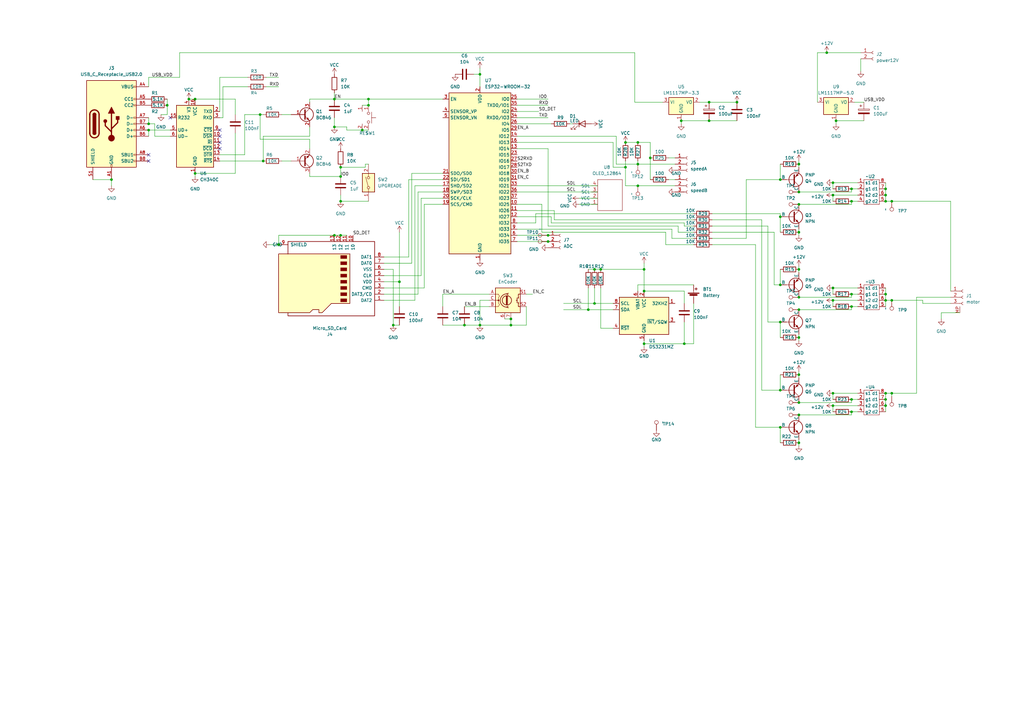
<source format=kicad_sch>
(kicad_sch (version 20230121) (generator eeschema)
  (paper "A3")
  (junction (at 151.13 40.64))
  (junction (at 209.55 133.35))
  (junction (at 349.25 168.91))
  (junction (at 320.04 132.08))
  (junction (at 60.96 50.8))
  (junction (at 327.66 78.74))
  (junction (at 327.66 165.1))
  (junction (at 341.63 161.29))
  (junction (at 224.79 96.52))
  (junction (at 342.9 49.53))
  (junction (at 363.22 163.83))
  (junction (at 327.66 153.67))
  (junction (at 341.63 74.93))
  (junction (at 363.22 77.47))
  (junction (at 327.66 110.49))
  (junction (at 327.66 67.31))
  (junction (at 224.79 99.06))
  (junction (at 261.62 76.2))
  (junction (at 349.25 125.73))
  (junction (at 137.16 96.52))
  (junction (at 341.63 166.37))
  (junction (at 365.76 161.29))
  (junction (at 363.22 161.29))
  (junction (at 363.22 80.01))
  (junction (at 365.76 82.55))
  (junction (at 148.59 53.34))
  (junction (at 363.22 82.55))
  (junction (at 363.22 120.65))
  (junction (at 349.25 77.47))
  (junction (at 106.68 46.99))
  (junction (at 320.04 116.84))
  (junction (at 280.67 140.97))
  (junction (at 190.5 133.35))
  (junction (at 261.62 67.31))
  (junction (at 256.54 58.42))
  (junction (at 139.7 68.58))
  (junction (at 246.38 110.49))
  (junction (at 327.66 170.18))
  (junction (at 196.85 30.48))
  (junction (at 327.66 127))
  (junction (at 80.01 40.64))
  (junction (at 196.85 133.35))
  (junction (at 279.4 49.53))
  (junction (at 341.63 80.01))
  (junction (at 341.63 123.19))
  (junction (at 327.66 181.61))
  (junction (at 139.7 72.39))
  (junction (at 339.09 21.59))
  (junction (at 161.29 133.35))
  (junction (at 327.66 95.25))
  (junction (at 363.22 123.19))
  (junction (at 139.7 96.52))
  (junction (at 107.95 66.04))
  (junction (at 349.25 163.83))
  (junction (at 77.47 40.64))
  (junction (at 241.3 127))
  (junction (at 320.04 160.02))
  (junction (at 243.84 124.46))
  (junction (at 45.72 73.66))
  (junction (at 349.25 82.55))
  (junction (at 302.26 41.91))
  (junction (at 363.22 166.37))
  (junction (at 68.58 43.18))
  (junction (at 320.04 175.26))
  (junction (at 209.55 130.81))
  (junction (at 264.16 119.38))
  (junction (at 320.04 73.66))
  (junction (at 327.66 83.82))
  (junction (at 137.16 40.64))
  (junction (at 341.63 118.11))
  (junction (at 137.16 52.07))
  (junction (at 320.04 88.9))
  (junction (at 264.16 110.49))
  (junction (at 349.25 120.65))
  (junction (at 327.66 138.43))
  (junction (at 139.7 82.55))
  (junction (at 60.96 53.34))
  (junction (at 266.7 64.77))
  (junction (at 163.83 115.57))
  (junction (at 151.13 43.18))
  (junction (at 365.76 123.19))
  (junction (at 290.83 49.53))
  (junction (at 243.84 110.49))
  (junction (at 290.83 41.91))
  (junction (at 256.54 68.58))
  (junction (at 80.01 71.12))
  (junction (at 114.3 100.33))
  (junction (at 261.62 58.42))
  (junction (at 264.16 140.97))
  (junction (at 327.66 121.92))
  (no_connect (at 90.17 55.88))
  (no_connect (at 60.96 66.04))
  (no_connect (at 90.17 58.42))
  (no_connect (at 60.96 63.5))
  (no_connect (at 90.17 53.34))
  (no_connect (at 90.17 60.96))
  (no_connect (at 69.85 48.26))
  (wire (pts (xy 256.54 68.58) (xy 256.54 76.2)))
  (wire (pts (xy 327.66 93.98) (xy 327.66 95.25)))
  (wire (pts (xy 327.66 138.43) (xy 327.66 139.7)))
  (wire (pts (xy 335.28 21.59) (xy 339.09 21.59)))
  (wire (pts (xy 167.64 105.41) (xy 157.48 105.41)))
  (wire (pts (xy 96.52 46.99) (xy 96.52 40.64)))
  (wire (pts (xy 139.7 68.58) (xy 139.7 72.39)))
  (wire (pts (xy 196.85 123.19) (xy 196.85 133.35)))
  (wire (pts (xy 327.66 109.22) (xy 327.66 110.49)))
  (wire (pts (xy 273.05 95.25) (xy 273.05 100.33)))
  (wire (pts (xy 342.9 50.8) (xy 342.9 49.53)))
  (wire (pts (xy 196.85 133.35) (xy 209.55 133.35)))
  (wire (pts (xy 227.33 86.36) (xy 227.33 90.17)))
  (wire (pts (xy 63.5 55.88) (xy 63.5 50.8)))
  (wire (pts (xy 209.55 133.35) (xy 215.9 133.35)))
  (wire (pts (xy 139.7 96.52) (xy 142.24 96.52)))
  (wire (pts (xy 212.09 93.98) (xy 275.59 93.98)))
  (wire (pts (xy 241.3 118.11) (xy 241.3 127)))
  (wire (pts (xy 212.09 76.2) (xy 245.11 76.2)))
  (wire (pts (xy 327.66 67.31) (xy 327.66 68.58)))
  (wire (pts (xy 241.3 127) (xy 251.46 127)))
  (wire (pts (xy 91.44 48.26) (xy 90.17 48.26)))
  (wire (pts (xy 168.91 71.12) (xy 181.61 71.12)))
  (wire (pts (xy 365.76 161.29) (xy 365.76 162.56)))
  (wire (pts (xy 163.83 115.57) (xy 163.83 95.25)))
  (wire (pts (xy 350.52 41.91) (xy 354.33 41.91)))
  (wire (pts (xy 222.25 95.25) (xy 273.05 95.25)))
  (wire (pts (xy 327.66 180.34) (xy 327.66 181.61)))
  (wire (pts (xy 212.09 48.26) (xy 224.79 48.26)))
  (wire (pts (xy 231.14 127) (xy 241.3 127)))
  (wire (pts (xy 284.48 116.84) (xy 261.62 116.84)))
  (wire (pts (xy 363.22 118.11) (xy 363.22 120.65)))
  (wire (pts (xy 151.13 40.64) (xy 151.13 43.18)))
  (wire (pts (xy 264.16 110.49) (xy 264.16 119.38)))
  (wire (pts (xy 363.22 82.55) (xy 365.76 82.55)))
  (wire (pts (xy 320.04 153.67) (xy 320.04 160.02)))
  (wire (pts (xy 96.52 71.12) (xy 80.01 71.12)))
  (wire (pts (xy 127 57.15) (xy 106.68 57.15)))
  (wire (pts (xy 107.95 55.88) (xy 107.95 66.04)))
  (wire (pts (xy 363.22 123.19) (xy 363.22 125.73)))
  (wire (pts (xy 68.58 40.64) (xy 68.58 43.18)))
  (wire (pts (xy 386.08 128.27) (xy 386.08 130.81)))
  (wire (pts (xy 243.84 110.49) (xy 246.38 110.49)))
  (wire (pts (xy 256.54 76.2) (xy 261.62 76.2)))
  (wire (pts (xy 292.1 92.71) (xy 314.96 92.71)))
  (wire (pts (xy 90.17 31.75) (xy 101.6 31.75)))
  (wire (pts (xy 363.22 77.47) (xy 363.22 80.01)))
  (wire (pts (xy 279.4 49.53) (xy 290.83 49.53)))
  (wire (pts (xy 226.06 88.9) (xy 212.09 88.9)))
  (wire (pts (xy 243.84 118.11) (xy 243.84 124.46)))
  (wire (pts (xy 363.22 123.19) (xy 365.76 123.19)))
  (wire (pts (xy 127 55.88) (xy 107.95 55.88)))
  (wire (pts (xy 149.86 68.58) (xy 139.7 68.58)))
  (wire (pts (xy 157.48 110.49) (xy 161.29 110.49)))
  (wire (pts (xy 274.32 73.66) (xy 276.86 73.66)))
  (wire (pts (xy 320.04 67.31) (xy 320.04 73.66)))
  (wire (pts (xy 90.17 63.5) (xy 100.33 63.5)))
  (wire (pts (xy 181.61 76.2) (xy 170.18 76.2)))
  (wire (pts (xy 80.01 72.39) (xy 80.01 71.12)))
  (wire (pts (xy 342.9 49.53) (xy 354.33 49.53)))
  (wire (pts (xy 341.63 123.19) (xy 341.63 125.73)))
  (wire (pts (xy 280.67 140.97) (xy 264.16 140.97)))
  (wire (pts (xy 114.3 96.52) (xy 137.16 96.52)))
  (wire (pts (xy 280.67 92.71) (xy 284.48 92.71)))
  (wire (pts (xy 222.25 83.82) (xy 222.25 95.25)))
  (wire (pts (xy 341.63 118.11) (xy 341.63 120.65)))
  (wire (pts (xy 341.63 74.93) (xy 341.63 77.47)))
  (wire (pts (xy 252.73 67.31) (xy 261.62 67.31)))
  (wire (pts (xy 127 71.12) (xy 127 72.39)))
  (wire (pts (xy 109.22 35.56) (xy 114.3 35.56)))
  (wire (pts (xy 327.66 121.92) (xy 349.25 121.92)))
  (wire (pts (xy 327.66 181.61) (xy 327.66 182.88)))
  (wire (pts (xy 63.5 50.8) (xy 60.96 50.8)))
  (wire (pts (xy 349.25 120.65) (xy 351.79 120.65)))
  (wire (pts (xy 266.7 64.77) (xy 266.7 73.66)))
  (wire (pts (xy 190.5 125.73) (xy 200.66 125.73)))
  (wire (pts (xy 363.22 74.93) (xy 363.22 77.47)))
  (wire (pts (xy 100.33 46.99) (xy 106.68 46.99)))
  (wire (pts (xy 320.04 87.63) (xy 320.04 88.9)))
  (wire (pts (xy 284.48 140.97) (xy 280.67 140.97)))
  (wire (pts (xy 251.46 58.42) (xy 251.46 68.58)))
  (wire (pts (xy 349.25 127) (xy 349.25 125.73)))
  (wire (pts (xy 341.63 166.37) (xy 341.63 168.91)))
  (wire (pts (xy 349.25 125.73) (xy 351.79 125.73)))
  (wire (pts (xy 327.66 66.04) (xy 327.66 67.31)))
  (wire (pts (xy 212.09 58.42) (xy 251.46 58.42)))
  (wire (pts (xy 251.46 68.58) (xy 256.54 68.58)))
  (wire (pts (xy 341.63 80.01) (xy 341.63 82.55)))
  (wire (pts (xy 327.66 110.49) (xy 327.66 111.76)))
  (wire (pts (xy 341.63 74.93) (xy 351.79 74.93)))
  (wire (pts (xy 246.38 134.62) (xy 251.46 134.62)))
  (wire (pts (xy 261.62 116.84) (xy 261.62 119.38)))
  (wire (pts (xy 127 55.88) (xy 127 52.07)))
  (wire (pts (xy 148.59 53.34) (xy 142.24 53.34)))
  (wire (pts (xy 173.99 83.82) (xy 181.61 83.82)))
  (wire (pts (xy 320.04 175.26) (xy 320.04 181.61)))
  (wire (pts (xy 212.09 40.64) (xy 224.79 40.64)))
  (wire (pts (xy 181.61 120.65) (xy 200.66 120.65)))
  (wire (pts (xy 276.86 67.31) (xy 261.62 67.31)))
  (wire (pts (xy 290.83 49.53) (xy 302.26 49.53)))
  (wire (pts (xy 264.16 107.95) (xy 264.16 110.49)))
  (wire (pts (xy 106.68 46.99) (xy 107.95 46.99)))
  (wire (pts (xy 341.63 118.11) (xy 351.79 118.11)))
  (wire (pts (xy 306.07 73.66) (xy 320.04 73.66)))
  (wire (pts (xy 161.29 133.35) (xy 163.83 133.35)))
  (wire (pts (xy 91.44 35.56) (xy 91.44 48.26)))
  (wire (pts (xy 349.25 78.74) (xy 349.25 77.47)))
  (wire (pts (xy 278.13 92.71) (xy 278.13 95.25)))
  (wire (pts (xy 139.7 82.55) (xy 151.13 82.55)))
  (wire (pts (xy 389.89 121.92) (xy 375.92 121.92)))
  (wire (pts (xy 327.66 165.1) (xy 349.25 165.1)))
  (wire (pts (xy 363.22 120.65) (xy 363.22 123.19)))
  (wire (pts (xy 246.38 110.49) (xy 264.16 110.49)))
  (wire (pts (xy 260.35 21.59) (xy 260.35 41.91)))
  (wire (pts (xy 280.67 124.46) (xy 280.67 119.38)))
  (wire (pts (xy 341.63 80.01) (xy 351.79 80.01)))
  (wire (pts (xy 378.46 124.46) (xy 378.46 123.19)))
  (wire (pts (xy 363.22 163.83) (xy 363.22 166.37)))
  (wire (pts (xy 219.71 87.63) (xy 284.48 87.63)))
  (wire (pts (xy 327.66 127) (xy 349.25 127)))
  (wire (pts (xy 261.62 67.31) (xy 261.62 66.04)))
  (wire (pts (xy 226.06 91.44) (xy 226.06 88.9)))
  (wire (pts (xy 256.54 66.04) (xy 256.54 68.58)))
  (wire (pts (xy 252.73 55.88) (xy 252.73 67.31)))
  (wire (pts (xy 212.09 45.72) (xy 220.98 45.72)))
  (wire (pts (xy 375.92 121.92) (xy 375.92 161.29)))
  (wire (pts (xy 212.09 99.06) (xy 224.79 99.06)))
  (wire (pts (xy 378.46 123.19) (xy 365.76 123.19)))
  (wire (pts (xy 161.29 110.49) (xy 161.29 133.35)))
  (wire (pts (xy 100.33 63.5) (xy 100.33 46.99)))
  (wire (pts (xy 278.13 95.25) (xy 284.48 95.25)))
  (wire (pts (xy 287.02 41.91) (xy 290.83 41.91)))
  (wire (pts (xy 142.24 53.34) (xy 142.24 52.07)))
  (wire (pts (xy 196.85 27.94) (xy 196.85 30.48)))
  (wire (pts (xy 327.66 152.4) (xy 327.66 153.67)))
  (wire (pts (xy 194.31 30.48) (xy 196.85 30.48)))
  (wire (pts (xy 261.62 58.42) (xy 266.7 58.42)))
  (wire (pts (xy 60.96 48.26) (xy 60.96 50.8)))
  (wire (pts (xy 171.45 78.74) (xy 181.61 78.74)))
  (wire (pts (xy 66.04 46.99) (xy 68.58 46.99)))
  (wire (pts (xy 110.49 100.33) (xy 114.3 100.33)))
  (wire (pts (xy 212.09 43.18) (xy 224.79 43.18)))
  (wire (pts (xy 314.96 132.08) (xy 320.04 132.08)))
  (wire (pts (xy 127 41.91) (xy 127 40.64)))
  (wire (pts (xy 273.05 100.33) (xy 284.48 100.33)))
  (wire (pts (xy 157.48 107.95) (xy 168.91 107.95)))
  (wire (pts (xy 222.25 83.82) (xy 212.09 83.82)))
  (wire (pts (xy 157.48 120.65) (xy 171.45 120.65)))
  (wire (pts (xy 349.25 121.92) (xy 349.25 120.65)))
  (wire (pts (xy 389.89 119.38) (xy 389.89 82.55)))
  (wire (pts (xy 215.9 133.35) (xy 215.9 125.73)))
  (wire (pts (xy 363.22 166.37) (xy 363.22 168.91)))
  (wire (pts (xy 280.67 132.08) (xy 280.67 140.97)))
  (wire (pts (xy 209.55 130.81) (xy 209.55 133.35)))
  (wire (pts (xy 171.45 120.65) (xy 171.45 78.74)))
  (wire (pts (xy 219.71 87.63) (xy 219.71 91.44)))
  (wire (pts (xy 278.13 92.71) (xy 224.79 92.71)))
  (wire (pts (xy 106.68 57.15) (xy 106.68 46.99)))
  (wire (pts (xy 312.42 90.17) (xy 312.42 160.02)))
  (wire (pts (xy 115.57 46.99) (xy 119.38 46.99)))
  (wire (pts (xy 224.79 92.71) (xy 224.79 60.96)))
  (wire (pts (xy 96.52 54.61) (xy 96.52 71.12)))
  (wire (pts (xy 275.59 97.79) (xy 284.48 97.79)))
  (wire (pts (xy 339.09 21.59) (xy 353.06 21.59)))
  (wire (pts (xy 314.96 92.71) (xy 314.96 132.08)))
  (wire (pts (xy 227.33 90.17) (xy 284.48 90.17)))
  (wire (pts (xy 349.25 77.47) (xy 351.79 77.47)))
  (wire (pts (xy 241.3 110.49) (xy 243.84 110.49)))
  (wire (pts (xy 292.1 87.63) (xy 320.04 87.63)))
  (wire (pts (xy 151.13 40.64) (xy 181.61 40.64)))
  (wire (pts (xy 341.63 161.29) (xy 341.63 163.83)))
  (wire (pts (xy 309.88 175.26) (xy 320.04 175.26)))
  (wire (pts (xy 320.04 110.49) (xy 320.04 116.84)))
  (wire (pts (xy 327.66 137.16) (xy 327.66 138.43)))
  (wire (pts (xy 60.96 53.34) (xy 60.96 55.88)))
  (wire (pts (xy 349.25 170.18) (xy 349.25 168.91)))
  (wire (pts (xy 157.48 118.11) (xy 173.99 118.11)))
  (wire (pts (xy 260.35 41.91) (xy 271.78 41.91)))
  (wire (pts (xy 172.72 113.03) (xy 172.72 81.28)))
  (wire (pts (xy 90.17 45.72) (xy 90.17 31.75)))
  (wire (pts (xy 233.68 50.8) (xy 234.95 50.8)))
  (wire (pts (xy 163.83 115.57) (xy 163.83 125.73)))
  (wire (pts (xy 173.99 118.11) (xy 173.99 83.82)))
  (wire (pts (xy 231.14 124.46) (xy 243.84 124.46)))
  (wire (pts (xy 137.16 40.64) (xy 151.13 40.64)))
  (wire (pts (xy 327.66 153.67) (xy 327.66 154.94)))
  (wire (pts (xy 341.63 123.19) (xy 351.79 123.19)))
  (wire (pts (xy 279.4 50.8) (xy 279.4 49.53)))
  (wire (pts (xy 148.59 43.18) (xy 151.13 43.18)))
  (wire (pts (xy 190.5 133.35) (xy 196.85 133.35)))
  (wire (pts (xy 149.86 67.31) (xy 149.86 68.58)))
  (wire (pts (xy 60.96 35.56) (xy 60.96 31.75)))
  (wire (pts (xy 212.09 96.52) (xy 224.79 96.52)))
  (wire (pts (xy 60.96 31.75) (xy 73.66 31.75)))
  (wire (pts (xy 77.47 40.64) (xy 80.01 40.64)))
  (wire (pts (xy 219.71 91.44) (xy 212.09 91.44)))
  (wire (pts (xy 170.18 123.19) (xy 157.48 123.19)))
  (wire (pts (xy 280.67 119.38) (xy 264.16 119.38)))
  (wire (pts (xy 127 72.39) (xy 139.7 72.39)))
  (wire (pts (xy 90.17 66.04) (xy 107.95 66.04)))
  (wire (pts (xy 226.06 91.44) (xy 280.67 91.44)))
  (wire (pts (xy 246.38 118.11) (xy 246.38 134.62)))
  (wire (pts (xy 148.59 53.34) (xy 151.13 53.34)))
  (wire (pts (xy 327.66 170.18) (xy 349.25 170.18)))
  (wire (pts (xy 114.3 96.52) (xy 114.3 100.33)))
  (wire (pts (xy 353.06 29.21) (xy 353.06 24.13)))
  (wire (pts (xy 260.35 21.59) (xy 73.66 21.59)))
  (wire (pts (xy 363.22 80.01) (xy 363.22 82.55)))
  (wire (pts (xy 317.5 116.84) (xy 320.04 116.84)))
  (wire (pts (xy 157.48 115.57) (xy 163.83 115.57)))
  (wire (pts (xy 243.84 124.46) (xy 251.46 124.46)))
  (wire (pts (xy 320.04 88.9) (xy 320.04 95.25)))
  (wire (pts (xy 172.72 81.28) (xy 181.61 81.28)))
  (wire (pts (xy 341.63 161.29) (xy 351.79 161.29)))
  (wire (pts (xy 349.25 83.82) (xy 349.25 82.55)))
  (wire (pts (xy 261.62 76.2) (xy 276.86 76.2)))
  (wire (pts (xy 309.88 175.26) (xy 309.88 100.33)))
  (wire (pts (xy 68.58 46.99) (xy 68.58 43.18)))
  (wire (pts (xy 389.89 124.46) (xy 378.46 124.46)))
  (wire (pts (xy 45.72 76.2) (xy 45.72 73.66)))
  (wire (pts (xy 349.25 163.83) (xy 351.79 163.83)))
  (wire (pts (xy 212.09 55.88) (xy 252.73 55.88)))
  (wire (pts (xy 284.48 124.46) (xy 284.48 140.97)))
  (wire (pts (xy 237.49 83.82) (xy 245.11 83.82)))
  (wire (pts (xy 137.16 96.52) (xy 139.7 96.52)))
  (wire (pts (xy 127 57.15) (xy 127 60.96)))
  (wire (pts (xy 151.13 67.31) (xy 149.86 67.31)))
  (wire (pts (xy 207.01 130.81) (xy 209.55 130.81)))
  (wire (pts (xy 327.66 78.74) (xy 349.25 78.74)))
  (wire (pts (xy 115.57 66.04) (xy 119.38 66.04)))
  (wire (pts (xy 317.5 95.25) (xy 317.5 116.84)))
  (wire (pts (xy 266.7 58.42) (xy 266.7 64.77)))
  (wire (pts (xy 237.49 81.28) (xy 245.11 81.28)))
  (wire (pts (xy 327.66 83.82) (xy 349.25 83.82)))
  (wire (pts (xy 274.32 64.77) (xy 276.86 64.77)))
  (wire (pts (xy 264.16 142.24) (xy 264.16 140.97)))
  (wire (pts (xy 292.1 95.25) (xy 317.5 95.25)))
  (wire (pts (xy 38.1 73.66) (xy 45.72 73.66)))
  (wire (pts (xy 69.85 55.88) (xy 63.5 55.88)))
  (wire (pts (xy 349.25 168.91) (xy 351.79 168.91)))
  (wire (pts (xy 181.61 133.35) (xy 190.5 133.35)))
  (wire (pts (xy 101.6 35.56) (xy 91.44 35.56)))
  (wire (pts (xy 335.28 41.91) (xy 335.28 21.59)))
  (wire (pts (xy 275.59 93.98) (xy 275.59 97.79)))
  (wire (pts (xy 212.09 50.8) (xy 226.06 50.8)))
  (wire (pts (xy 137.16 38.1) (xy 137.16 40.64)))
  (wire (pts (xy 375.92 161.29) (xy 365.76 161.29)))
  (wire (pts (xy 200.66 123.19) (xy 196.85 123.19)))
  (wire (pts (xy 365.76 82.55) (xy 389.89 82.55)))
  (wire (pts (xy 363.22 161.29) (xy 363.22 163.83)))
  (wire (pts (xy 96.52 40.64) (xy 80.01 40.64)))
  (wire (pts (xy 327.66 95.25) (xy 327.66 96.52)))
  (wire (pts (xy 139.7 82.55) (xy 139.7 80.01)))
  (wire (pts (xy 181.61 125.73) (xy 181.61 120.65)))
  (wire (pts (xy 341.63 166.37) (xy 351.79 166.37)))
  (wire (pts (xy 73.66 21.59) (xy 73.66 31.75)))
  (wire (pts (xy 181.61 73.66) (xy 167.64 73.66)))
  (wire (pts (xy 292.1 100.33) (xy 309.88 100.33)))
  (wire (pts (xy 349.25 82.55) (xy 351.79 82.55)))
  (wire (pts (xy 212.09 60.96) (xy 224.79 60.96)))
  (wire (pts (xy 60.96 53.34) (xy 69.85 53.34)))
  (wire (pts (xy 292.1 90.17) (xy 312.42 90.17)))
  (wire (pts (xy 212.09 86.36) (xy 227.33 86.36)))
  (wire (pts (xy 215.9 120.65) (xy 218.44 120.65)))
  (wire (pts (xy 320.04 132.08) (xy 320.04 138.43)))
  (wire (pts (xy 142.24 52.07) (xy 137.16 52.07)))
  (wire (pts (xy 349.25 165.1) (xy 349.25 163.83)))
  (wire (pts (xy 170.18 76.2) (xy 170.18 123.19)))
  (wire (pts (xy 306.07 97.79) (xy 306.07 73.66)))
  (wire (pts (xy 137.16 48.26) (xy 137.16 52.07)))
  (wire (pts (xy 365.76 161.29) (xy 363.22 161.29)))
  (wire (pts (xy 292.1 97.79) (xy 306.07 97.79)))
  (wire (pts (xy 256.54 58.42) (xy 261.62 58.42)))
  (wire (pts (xy 312.42 160.02) (xy 320.04 160.02)))
  (wire (pts (xy 168.91 107.95) (xy 168.91 71.12)))
  (wire (pts (xy 127 40.64) (xy 137.16 40.64)))
  (wire (pts (xy 196.85 30.48) (xy 196.85 35.56)))
  (wire (pts (xy 109.22 31.75) (xy 114.3 31.75)))
  (wire (pts (xy 302.26 41.91) (xy 290.83 41.91)))
  (wire (pts (xy 393.7 128.27) (xy 386.08 128.27)))
  (wire (pts (xy 167.64 73.66) (xy 167.64 105.41)))
  (wire (pts (xy 157.48 113.03) (xy 172.72 113.03)))
  (wire (pts (xy 264.16 140.97) (xy 264.16 139.7)))
  (wire (pts (xy 212.09 78.74) (xy 245.11 78.74)))
  (wire (pts (xy 280.67 91.44) (xy 280.67 92.71)))
  (label "IO0" (at 220.98 40.64 0))
  (label "SCL" (at 232.41 78.74 0))
  (label "TXD" (at 110.49 31.75 0))
  (label "EN_C" (at 218.44 120.65 0))
  (label "EN" (at 137.16 40.64 0))
  (label "EN_B" (at 190.5 125.73 0))
  (label "SD_DET" (at 144.78 96.52 0))
  (label "EN_C" (at 212.09 73.66 0))
  (label "SDL" (at 234.95 127 0))
  (label "EN_B" (at 212.09 71.12 0))
  (label "IO0" (at 139.7 72.39 0))
  (label "USB_VDD" (at 62.23 31.75 0))
  (label "EN_A" (at 212.09 53.34 0))
  (label "EN_A" (at 181.61 120.65 0))
  (label "S2TXD" (at 212.09 68.58 0))
  (label "USB_VDD" (at 354.33 41.91 0))
  (label "SDL" (at 232.41 76.2 0))
  (label "S2RXD" (at 212.09 66.04 0))
  (label "RXD" (at 220.98 43.18 0))
  (label "RXD" (at 110.49 35.56 0))
  (label "TXD" (at 220.98 48.26 0))
  (label "SD_DET" (at 220.98 45.72 0))
  (label "SCL" (at 234.95 124.46 0))
  (symbol (lib_id "Device:R") (at 345.44 120.65 90) (unit 1)
    (property "Reference" "R17" (at 345.44 120.65 90))
    (property "Value" "10K" (at 339.09 120.65 90))
    (property "Footprint" "Resistor_SMD:R_0603_1608Metric" (effects hide))
  )
  (symbol (lib_id "Device:R") (at 288.29 95.25 90) (unit 1)
    (property "Reference" "R32" (at 288.29 95.25 90))
    (property "Value" "10K" (at 283.21 93.98 90))
    (property "Footprint" "Resistor_SMD:R_0603_1608Metric" (effects hide))
  )
  (symbol (lib_name "PNP_1") (lib_id "Simulation_SPICE:PNP") (at 325.12 160.02 0) (mirror x) (unit 1)
    (property "Reference" "Q6" (at 330.2 160.655 0) (effects (justify left)))
    (property "Value" "PNP" (at 330.2 158.115 0) (effects (justify left)))
    (property "Footprint" "Package_TO_SOT_SMD:SOT-23-3" (effects hide))
    (property "Sim.Device" "PNP" (effects hide))
    (property "Sim.Type" "GUMMELPOON" (effects hide))
    (property "Sim.Pins" "1=C 2=B 3=E" (effects hide))
  )
  (symbol (lib_id "Device:R") (at 345.44 125.73 90) (unit 1)
    (property "Reference" "R18" (at 345.44 125.73 90))
    (property "Value" "10K" (at 339.09 125.73 90))
    (property "Footprint" "Resistor_SMD:R_0603_1608Metric" (effects hide))
  )
  (symbol (lib_id "Device:C") (at 163.83 129.54 0) (unit 1)
    (property "Reference" "C10" (at 167.64 128.905 0) (effects (justify left)))
    (property "Value" "100nF" (at 167.64 131.445 0) (effects (justify left)))
    (property "Footprint" "Capacitor_SMD:C_0805_2012Metric" (effects hide))
  )
  (symbol (lib_id "Connector:Micro_SD_Card") (at 134.62 115.57 180) (unit 1)
    (property "Reference" "J4" (at 135.255 137.16 0))
    (property "Value" "Micro_SD_Card" (at 135.255 134.62 0))
    (property "Footprint" "A_MY:473521001_SD" (effects hide))
    (property "Datasheet" "http://katalog.we-online.de/em/datasheet/693072010801.pdf" (effects hide))
  )
  (symbol (lib_id "Transistor_BJT:BC846") (at 124.46 66.04 0) (mirror x) (unit 1)
    (property "Reference" "Q2" (at 129.54 64.7699 0) (effects (justify left)))
    (property "Value" "BC846" (at 129.54 67.3099 0) (effects (justify left)))
    (property "Footprint" "Package_TO_SOT_SMD:SOT-23" (effects hide))
    (property "Datasheet" "https://assets.nexperia.com/documents/data-sheet/BC846_SER.pdf" (effects hide))
  )
  (symbol (lib_name "SW_MEC_5E_2") (lib_id "Switch:SW_MEC_5E") (at 148.59 48.26 270) (unit 1)
    (property "Reference" "SW1" (at 149.8601 54.61 90) (effects (justify left)))
    (property "Value" "RES" (at 147.3201 54.61 90) (effects (justify left)))
    (property "Footprint" "Button_Switch_SMD:SW_Push_1P1T_NO_CK_KSC6xxJ" (effects hide))
    (property "Datasheet" "http://www.apem.com/int/index.php?controller=attachment&id_attachment=1371" (effects hide))
  )
  (symbol (lib_id "power:GND") (at 353.06 29.21 0) (unit 1)
    (property "Reference" "#PWR07" (effects hide))
    (property "Value" "GND" (at 353.06 34.29 0))
  )
  (symbol (lib_id "power:VCC") (at 77.47 40.64 0) (unit 1)
    (property "Reference" "#PWR013" (effects hide))
    (property "Value" "VCC" (at 77.47 36.83 0))
  )
  (symbol (lib_id "power:VCC") (at 242.57 50.8 270) (unit 1)
    (property "Reference" "#PWR026" (effects hide))
    (property "Value" "VCC" (at 246.38 50.8 0))
  )
  (symbol (lib_id "power:GND") (at 137.16 52.07 0) (unit 1)
    (property "Reference" "#PWR017" (effects hide))
    (property "Value" "GND" (at 137.16 57.15 0))
  )
  (symbol (lib_id "power:+12V") (at 327.66 152.4 0) (unit 1)
    (property "Reference" "#PWR033" (effects hide))
    (property "Value" "+12V" (at 327.66 148.59 0))
  )
  (symbol (lib_id "power:GND") (at 276.86 69.85 270) (unit 1)
    (property "Reference" "#PWR037" (effects hide))
    (property "Value" "GND" (at 279.4 71.12 90) (effects (justify right)))
  )
  (symbol (lib_id "Connector:TestPoint") (at 365.76 162.56 180) (unit 1)
    (property "Reference" "TP8" (at 368.3 166.497 0) (effects (justify right)))
    (property "Value" "~" (at 363.22 165.862 90))
    (property "Footprint" "TestPoint:TestPoint_Loop_D1.80mm_Drill1.0mm_Beaded" (effects hide))
  )
  (symbol (lib_id "power:GND") (at 196.85 106.68 0) (unit 1)
    (property "Reference" "#PWR024" (effects hide))
    (property "Value" "GND" (at 196.85 111.76 0))
  )
  (symbol (lib_id "power:VCC") (at 264.16 107.95 0) (unit 1)
    (property "Reference" "#PWR029" (effects hide))
    (property "Value" "VCC" (at 264.16 104.14 0))
  )
  (symbol (lib_id "Connector:Conn_01x03_Socket") (at 281.94 67.31 0) (unit 1)
    (property "Reference" "J5" (at 283.21 66.675 0) (effects (justify left)))
    (property "Value" "speedA" (at 283.21 69.215 0) (effects (justify left)))
    (property "Footprint" "Connector_JST:JST_EH_B3B-EH-A_1x03_P2.50mm_Vertical" (effects hide))
  )
  (symbol (lib_id "power:GND") (at 342.9 50.8 0) (unit 1)
    (property "Reference" "#PWR043" (effects hide))
    (property "Value" "GND" (at 342.9 55.88 0))
  )
  (symbol (lib_id "power:GND") (at 66.04 46.99 0) (unit 1)
    (property "Reference" "#PWR012" (effects hide))
    (property "Value" "GND" (at 66.04 52.07 0))
  )
  (symbol (lib_id "Connector:TestPoint") (at 327.66 170.18 90) (unit 1)
    (property "Reference" "TP6" (at 324.358 167.64 90))
    (property "Value" "~" (at 324.358 167.64 90))
    (property "Footprint" "TestPoint:TestPoint_Pad_D1.0mm" (effects hide))
  )
  (symbol (lib_id "Device:LED") (at 238.76 50.8 0) (unit 1)
    (property "Reference" "D1" (at 234.95 47.625 0))
    (property "Value" "LED" (at 235.585 49.53 0))
    (property "Footprint" "LED_SMD:LED_0603_1608Metric" (effects hide))
  )
  (symbol (lib_id "Device:R") (at 288.29 92.71 90) (unit 1)
    (property "Reference" "R31" (at 288.29 92.71 90))
    (property "Value" "10K" (at 283.21 91.44 90))
    (property "Footprint" "Resistor_SMD:R_0603_1608Metric" (effects hide))
  )
  (symbol (lib_id "Device:C") (at 190.5 30.48 90) (unit 1)
    (property "Reference" "C6" (at 190.5 22.86 90))
    (property "Value" "104" (at 190.5 25.4 90))
    (property "Footprint" "Capacitor_SMD:C_0805_2012Metric" (effects hide))
  )
  (symbol (lib_id "Device:R") (at 246.38 114.3 180) (unit 1)
    (property "Reference" "R12" (at 243.84 109.22 0) (effects (justify right)))
    (property "Value" "10K" (at 246.38 116.84 90) (effects (justify right)))
    (property "Footprint" "Resistor_SMD:R_0603_1608Metric" (effects hide))
  )
  (symbol (lib_id "power:VCC") (at 139.7 60.96 0) (unit 1)
    (property "Reference" "#PWR018" (effects hide))
    (property "Value" "VCC" (at 139.7 57.15 0))
  )
  (symbol (lib_id "power:GND") (at 341.63 74.93 270) (unit 1)
    (property "Reference" "#PWR01" (effects hide))
    (property "Value" "GND" (at 337.82 75.565 90) (effects (justify right)))
  )
  (symbol (lib_id "Device:R") (at 64.77 40.64 90) (unit 1)
    (property "Reference" "R1" (at 63.5 38.1 90))
    (property "Value" "5.1K" (at 64.77 40.64 90))
    (property "Footprint" "Resistor_SMD:R_0603_1608Metric" (effects hide))
  )
  (symbol (lib_name "PNP_1") (lib_id "Simulation_SPICE:PNP") (at 325.12 73.66 0) (mirror x) (unit 1)
    (property "Reference" "Q4" (at 330.2 74.295 0) (effects (justify left)))
    (property "Value" "PNP" (at 330.2 71.755 0) (effects (justify left)))
    (property "Footprint" "Package_TO_SOT_SMD:SOT-23-3" (effects hide))
    (property "Sim.Device" "PNP" (effects hide))
    (property "Sim.Type" "GUMMELPOON" (effects hide))
    (property "Sim.Pins" "1=C 2=B 3=E" (effects hide))
  )
  (symbol (lib_id "power:GND") (at 196.85 133.35 0) (unit 1)
    (property "Reference" "#PWR025" (effects hide))
    (property "Value" "GND" (at 196.85 138.43 0))
  )
  (symbol (lib_id "Connector:Conn_01x02_Socket") (at 358.14 21.59 0) (unit 1)
    (property "Reference" "J2" (at 359.41 22.225 0) (effects (justify left)))
    (property "Value" "power12V" (at 359.41 24.765 0) (effects (justify left)))
    (property "Footprint" "Connector_JST:JST_EH_B2B-EH-A_1x02_P2.50mm_Vertical" (effects hide))
  )
  (symbol (lib_id "power:GND") (at 161.29 133.35 0) (unit 1)
    (property "Reference" "#PWR020" (effects hide))
    (property "Value" "GND" (at 161.29 138.43 0))
  )
  (symbol (lib_id "power:GND") (at 269.24 176.53 0) (unit 1)
    (property "Reference" "#PWR041" (effects hide))
    (property "Value" "GND" (at 269.24 180.34 0))
  )
  (symbol (lib_id "power:+12V") (at 341.63 166.37 90) (unit 1)
    (property "Reference" "#PWR036" (effects hide))
    (property "Value" "+12V" (at 337.82 167.005 90) (effects (justify left)))
  )
  (symbol (lib_id "power:GND") (at 327.66 139.7 0) (unit 1)
    (property "Reference" "#PWR03" (effects hide))
    (property "Value" "GND" (at 327.66 144.78 0))
  )
  (symbol (lib_id "Device:R") (at 111.76 66.04 90) (unit 1)
    (property "Reference" "R6" (at 110.49 63.5 90))
    (property "Value" "10K" (at 111.76 66.04 90))
    (property "Footprint" "Resistor_SMD:R_0603_1608Metric" (effects hide))
  )
  (symbol (lib_id "Device:C_Polarized") (at 354.33 45.72 0) (unit 1)
    (property "Reference" "C1" (at 358.14 44.196 0) (effects (justify left)))
    (property "Value" "100uF" (at 358.14 46.736 0) (effects (justify left)))
    (property "Footprint" "Capacitor_SMD:CP_Elec_6.3x5.9" (effects hide))
  )
  (symbol (lib_id "power:VCC") (at 302.26 41.91 0) (unit 1)
    (property "Reference" "#PWR010" (effects hide))
    (property "Value" "VCC" (at 302.26 38.1 0))
  )
  (symbol (lib_id "Connector:TestPoint") (at 261.62 67.31 180) (unit 1)
    (property "Reference" "TP12" (at 259.08 72.39 0) (effects (justify right)))
    (property "Value" "~" (at 259.08 70.612 90))
    (property "Footprint" "TestPoint:TestPoint_Pad_D1.0mm" (effects hide))
  )
  (symbol (lib_id "Transistor_BJT:BC846") (at 124.46 46.99 0) (unit 1)
    (property "Reference" "Q1" (at 129.54 45.7199 0) (effects (justify left)))
    (property "Value" "BC846" (at 129.54 48.2599 0) (effects (justify left)))
    (property "Footprint" "Package_TO_SOT_SMD:SOT-23" (effects hide))
    (property "Datasheet" "https://assets.nexperia.com/documents/data-sheet/BC846_SER.pdf" (effects hide))
  )
  (symbol (lib_id "power:GND") (at 186.69 30.48 0) (unit 1)
    (property "Reference" "#PWR022" (effects hide))
    (property "Value" "GND" (at 186.69 35.56 0))
  )
  (symbol (lib_id "Connector:Conn_01x03_Socket") (at 229.87 99.06 0) (unit 1)
    (property "Reference" "J7" (at 231.14 98.425 0) (effects (justify left)))
    (property "Value" "ADC" (at 231.14 100.965 0) (effects (justify left)))
    (property "Footprint" "Connector_JST:JST_EH_B3B-EH-A_1x03_P2.50mm_Vertical" (effects hide))
  )
  (symbol (lib_id "Regulator_Linear:LM1117MP-3.3") (at 279.4 41.91 0) (unit 1)
    (property "Reference" "U5" (at 279.4 35.56 0))
    (property "Value" "LM1117MP-3.3" (at 279.4 38.1 0))
    (property "Footprint" "Package_TO_SOT_SMD:SOT-223-3_TabPin2" (effects hide))
    (property "Datasheet" "http://www.ti.com/lit/ds/symlink/lm1117.pdf" (effects hide))
  )
  (symbol (lib_id "RF_Module:ESP32-WROOM-32") (at 196.85 71.12 0) (unit 1)
    (property "Reference" "U7" (at 198.8694 33.02 0) (effects (justify left)))
    (property "Value" "ESP32-WROOM-32" (at 198.8694 35.56 0) (effects (justify left)))
    (property "Footprint" "RF_Module:ESP32-WROOM-32" (effects hide))
    (property "Datasheet" "https://www.espressif.com/sites/default/files/documentation/esp32-wroom-32_datasheet_en.pdf" (effects hide))
  )
  (symbol (lib_id "Device:RotaryEncoder_Switch") (at 208.28 123.19 0) (unit 1)
    (property "Reference" "SW3" (at 208.28 113.03 0))
    (property "Value" "EnCoder" (at 208.28 115.57 0))
    (property "Footprint" "A_MY:EC11" (effects hide))
  )
  (symbol (lib_id "power:GND") (at 110.49 100.33 270) (unit 1)
    (property "Reference" "#PWR015" (effects hide))
    (property "Value" "GND" (at 111.76 100.3299 90) (effects (justify left)))
  )
  (symbol (lib_id "Connector:TestPoint") (at 327.66 121.92 90) (unit 1)
    (property "Reference" "TP3" (at 324.358 119.38 90))
    (property "Value" "~" (at 324.358 119.38 90))
    (property "Footprint" "TestPoint:TestPoint_Pad_D1.0mm" (effects hide))
  )
  (symbol (lib_id "power:VCC") (at 196.85 27.94 0) (unit 1)
    (property "Reference" "#PWR023" (effects hide))
    (property "Value" "VCC" (at 196.85 24.13 0))
  )
  (symbol (lib_id "power:GND") (at 237.49 83.82 270) (unit 1)
    (property "Reference" "#PWR027" (effects hide))
    (property "Value" "GND" (at 233.68 84.455 90) (effects (justify right)))
  )
  (symbol (lib_id "Device:R") (at 137.16 34.29 180) (unit 1)
    (property "Reference" "R7" (at 139.7 33.0199 0) (effects (justify right)))
    (property "Value" "10K" (at 139.7 35.5599 0) (effects (justify right)))
    (property "Footprint" "Resistor_SMD:R_0603_1608Metric" (effects hide))
  )
  (symbol (lib_id "power:VCC") (at 163.83 95.25 0) (unit 1)
    (property "Reference" "#PWR021" (effects hide))
    (property "Value" "VCC" (at 163.83 91.44 0))
  )
  (symbol (lib_id "Regulator_Linear:LM1117MP-5.0") (at 342.9 41.91 0) (unit 1)
    (property "Reference" "U9" (at 342.9 35.56 0))
    (property "Value" "LM1117MP-5.0" (at 342.9 38.1 0))
    (property "Footprint" "Package_TO_SOT_SMD:SOT-223-3_TabPin2" (effects hide))
    (property "Datasheet" "http://www.ti.com/lit/ds/symlink/lm1117.pdf" (effects hide))
  )
  (symbol (lib_id "power:GND") (at 224.79 101.6 270) (unit 1)
    (property "Reference" "#PWR040" (effects hide))
    (property "Value" "GND" (at 220.98 102.235 90) (effects (justify right)))
  )
  (symbol (lib_id "Connector:USB_C_Receptacle_USB2.0") (at 45.72 50.8 0) (unit 1)
    (property "Reference" "J3" (at 45.72 27.94 0))
    (property "Value" "USB_C_Receptacle_USB2.0" (at 45.72 30.48 0))
    (property "Footprint" "Connector_USB:USB_C_Receptacle_HRO_TYPE-C-31-M-12" (effects hide))
    (property "Datasheet" "https://www.usb.org/sites/default/files/documents/usb_type-c.zip" (effects hide))
  )
  (symbol (lib_id "Device:R") (at 323.85 153.67 90) (unit 1)
    (property "Reference" "R21" (at 323.85 153.67 90))
    (property "Value" "10K" (at 323.85 151.13 90))
    (property "Footprint" "Resistor_SMD:R_0603_1608Metric" (effects hide))
  )
  (symbol (lib_id "A_MY:PCH2300") (at 355.6 115.57 0) (unit 1)
    (property "Reference" "U3" (at 357.505 115.57 0))
    (property "Value" "~" (at 355.6 115.57 0))
    (property "Footprint" "Package_SO:SOP-8_3.76x4.96mm_P1.27mm" (effects hide))
  )
  (symbol (lib_id "power:+12V") (at 327.66 109.22 0) (unit 1)
    (property "Reference" "#PWR02" (effects hide))
    (property "Value" "+12V" (at 327.66 105.41 0))
  )
  (symbol (lib_id "Device:C") (at 190.5 129.54 0) (unit 1)
    (property "Reference" "C8" (at 194.31 128.2699 0) (effects (justify left)))
    (property "Value" "104" (at 194.31 130.8099 0) (effects (justify left)))
    (property "Footprint" "Capacitor_SMD:C_0805_2012Metric" (effects hide))
  )
  (symbol (lib_name "Conn_01x03_Socket_1") (lib_id "Connector:Conn_01x03_Socket") (at 394.97 121.92 0) (unit 1)
    (property "Reference" "J1" (at 396.24 121.285 0) (effects (justify left)))
    (property "Value" "motor" (at 396.24 123.825 0) (effects (justify left)))
    (property "Footprint" "Connector_JST:JST_SH_BM03B-SRSS-TB_1x03-1MP_P1.00mm_Vertical" (effects hide))
  )
  (symbol (lib_id "power:VCC") (at 256.54 58.42 0) (unit 1)
    (property "Reference" "#PWR039" (effects hide))
    (property "Value" "VCC" (at 256.54 54.61 0))
  )
  (symbol (lib_name "NPN_1") (lib_id "Simulation_SPICE:NPN") (at 325.12 132.08 0) (unit 1)
    (property "Reference" "Q7" (at 330.2 131.445 0) (effects (justify left)))
    (property "Value" "NPN" (at 330.2 133.985 0) (effects (justify left)))
    (property "Footprint" "Package_TO_SOT_SMD:SOT-23-3" (effects hide))
    (property "Sim.Device" "NPN" (effects hide))
    (property "Sim.Type" "GUMMELPOON" (effects hide))
    (property "Sim.Pins" "1=C 2=B 3=E" (effects hide))
  )
  (symbol (lib_id "Device:R") (at 270.51 73.66 90) (unit 1)
    (property "Reference" "R26" (at 270.51 73.66 90))
    (property "Value" "100" (at 270.51 71.12 90))
    (property "Footprint" "Resistor_SMD:R_0603_1608Metric" (effects hide))
  )
  (symbol (lib_id "Device:R") (at 139.7 64.77 180) (unit 1)
    (property "Reference" "R8" (at 142.24 63.4999 0) (effects (justify right)))
    (property "Value" "10K" (at 142.24 66.0399 0) (effects (justify right)))
    (property "Footprint" "Resistor_SMD:R_0603_1608Metric" (effects hide))
  )
  (symbol (lib_id "Device:C") (at 181.61 129.54 0) (unit 1)
    (property "Reference" "C7" (at 185.42 128.2699 0) (effects (justify left)))
    (property "Value" "104" (at 185.42 130.8099 0) (effects (justify left)))
    (property "Footprint" "Capacitor_SMD:C_0805_2012Metric" (effects hide))
  )
  (symbol (lib_id "Device:R") (at 64.77 43.18 90) (unit 1)
    (property "Reference" "R2" (at 63.5 45.72 90))
    (property "Value" "5.1K" (at 64.77 43.18 90))
    (property "Footprint" "Resistor_SMD:R_0603_1608Metric" (effects hide))
  )
  (symbol (lib_id "Device:R") (at 105.41 31.75 90) (unit 1)
    (property "Reference" "R3" (at 104.14 29.21 90))
    (property "Value" "10R" (at 105.41 31.75 90))
    (property "Footprint" "Resistor_SMD:R_0603_1608Metric" (effects hide))
  )
  (symbol (lib_id "Device:R") (at 323.85 181.61 90) (unit 1)
    (property "Reference" "R22" (at 322.58 179.07 90))
    (property "Value" "10K" (at 323.85 181.61 90))
    (property "Footprint" "Resistor_SMD:R_0603_1608Metric" (effects hide))
  )
  (symbol (lib_id "Device:R") (at 288.29 90.17 90) (unit 1)
    (property "Reference" "R30" (at 288.29 90.17 90))
    (property "Value" "10K" (at 283.21 88.9 90))
    (property "Footprint" "Resistor_SMD:R_0603_1608Metric" (effects hide))
  )
  (symbol (lib_id "Device:R") (at 241.3 114.3 180) (unit 1)
    (property "Reference" "R10" (at 237.49 109.22 0) (effects (justify right)))
    (property "Value" "10K" (at 241.3 116.84 90) (effects (justify right)))
    (property "Footprint" "Resistor_SMD:R_0603_1608Metric" (effects hide))
  )
  (symbol (lib_id "Device:R") (at 105.41 35.56 90) (unit 1)
    (property "Reference" "R4" (at 104.14 38.1 90))
    (property "Value" "10R" (at 105.41 35.56 90))
    (property "Footprint" "Resistor_SMD:R_0603_1608Metric" (effects hide))
  )
  (symbol (lib_id "power:+12V") (at 341.63 123.19 90) (unit 1)
    (property "Reference" "#PWR06" (effects hide))
    (property "Value" "+12V" (at 337.82 123.825 90) (effects (justify left)))
  )
  (symbol (lib_id "Device:R") (at 229.87 50.8 90) (unit 1)
    (property "Reference" "R9" (at 229.87 48.26 90))
    (property "Value" "10K" (at 229.87 50.8 90))
    (property "Footprint" "Resistor_SMD:R_0603_1608Metric" (effects hide))
  )
  (symbol (lib_id "Switch:SW_DIP_x01") (at 151.13 74.93 90) (unit 1)
    (property "Reference" "SW2" (at 154.94 73.6599 90) (effects (justify right)))
    (property "Value" "UPGREADE" (at 154.94 76.1999 90) (effects (justify right)))
    (property "Footprint" "Button_Switch_SMD:SW_DIP_SPSTx01_Slide_6.7x4.1mm_W6.73mm_P2.54mm_LowProfile_JPin" (effects hide))
  )
  (symbol (lib_id "Device:R") (at 288.29 97.79 90) (unit 1)
    (property "Reference" "R33" (at 288.29 97.79 90))
    (property "Value" "10K" (at 283.21 96.52 90))
    (property "Footprint" "Resistor_SMD:R_0603_1608Metric" (effects hide))
  )
  (symbol (lib_id "power:GND") (at 45.72 76.2 0) (unit 1)
    (property "Reference" "#PWR011" (effects hide))
    (property "Value" "GND" (at 45.72 81.28 0))
  )
  (symbol (lib_id "Connector:TestPoint") (at 365.76 82.55 180) (unit 1)
    (property "Reference" "TP7" (at 368.3 86.487 0) (effects (justify right)))
    (property "Value" "~" (at 363.22 85.852 90))
    (property "Footprint" "TestPoint:TestPoint_Loop_D1.80mm_Drill1.0mm_Beaded" (effects hide))
  )
  (symbol (lib_id "Device:R") (at 323.85 67.31 90) (unit 1)
    (property "Reference" "R19" (at 323.85 67.31 90))
    (property "Value" "10K" (at 323.85 64.77 90))
    (property "Footprint" "Resistor_SMD:R_0603_1608Metric" (effects hide))
  )
  (symbol (lib_id "power:+12V") (at 327.66 66.04 0) (unit 1)
    (property "Reference" "#PWR031" (effects hide))
    (property "Value" "+12V" (at 327.66 62.23 0))
  )
  (symbol (lib_id "power:GND") (at 341.63 118.11 270) (unit 1)
    (property "Reference" "#PWR05" (effects hide))
    (property "Value" "GND" (at 337.82 118.745 90) (effects (justify right)))
  )
  (symbol (lib_id "Device:R") (at 256.54 62.23 180) (unit 1)
    (property "Reference" "R28" (at 256.54 62.23 90))
    (property "Value" "10K" (at 254 62.23 90))
    (property "Footprint" "Resistor_SMD:R_0603_1608Metric" (effects hide))
  )
  (symbol (lib_id "Device:R") (at 111.76 46.99 90) (unit 1)
    (property "Reference" "R5" (at 110.49 44.45 90))
    (property "Value" "10K" (at 111.76 46.99 90))
    (property "Footprint" "Resistor_SMD:R_0603_1608Metric" (effects hide))
  )
  (symbol (lib_id "power:GND") (at 341.63 161.29 270) (unit 1)
    (property "Reference" "#PWR035" (effects hide))
    (property "Value" "GND" (at 337.82 161.925 90) (effects (justify right)))
  )
  (symbol (lib_id "Device:R") (at 243.84 114.3 180) (unit 1)
    (property "Reference" "R11" (at 240.03 109.22 0) (effects (justify right)))
    (property "Value" "10K" (at 243.84 116.84 90) (effects (justify right)))
    (property "Footprint" "Resistor_SMD:R_0603_1608Metric" (effects hide))
  )
  (symbol (lib_id "Timer_RTC:DS3231MZ") (at 264.16 129.54 0) (unit 1)
    (property "Reference" "U1" (at 266.1794 139.7 0) (effects (justify left)))
    (property "Value" "DS3231MZ" (at 266.1794 142.24 0) (effects (justify left)))
    (property "Footprint" "Package_SO:SOIC-8_3.9x4.9mm_P1.27mm" (effects hide))
    (property "Datasheet" "http://datasheets.maximintegrated.com/en/ds/DS3231M.pdf" (effects hide))
  )
  (symbol (lib_name "PNP_1") (lib_id "Simulation_SPICE:PNP") (at 325.12 116.84 0) (mirror x) (unit 1)
    (property "Reference" "Q5" (at 330.2 117.475 0) (effects (justify left)))
    (property "Value" "PNP" (at 330.2 114.935 0) (effects (justify left)))
    (property "Footprint" "Package_TO_SOT_SMD:SOT-23-3" (effects hide))
    (property "Sim.Device" "PNP" (effects hide))
    (property "Sim.Type" "GUMMELPOON" (effects hide))
    (property "Sim.Pins" "1=C 2=B 3=E" (effects hide))
  )
  (symbol (lib_id "power:GND") (at 276.86 78.74 270) (unit 1)
    (property "Reference" "#PWR038" (effects hide))
    (property "Value" "GND" (at 279.4 80.01 90) (effects (justify right)))
  )
  (symbol (lib_id "Device:C") (at 139.7 76.2 0) (unit 1)
    (property "Reference" "C5" (at 143.51 74.9299 0) (effects (justify left)))
    (property "Value" "1uF" (at 143.51 77.4699 0) (effects (justify left)))
    (property "Footprint" "Capacitor_SMD:C_0805_2012Metric" (effects hide))
  )
  (symbol (lib_id "Connector:TestPoint") (at 269.24 176.53 0) (unit 1)
    (property "Reference" "TP14" (at 271.78 173.863 0) (effects (justify left)))
    (property "Value" "~" (at 271.78 173.228 90))
    (property "Footprint" "TestPoint:TestPoint_Pad_4.0x4.0mm" (effects hide))
  )
  (symbol (lib_id "Device:C") (at 96.52 50.8 0) (unit 1)
    (property "Reference" "C11" (at 100.33 50.165 0) (effects (justify left)))
    (property "Value" "100nF" (at 100.33 52.705 0) (effects (justify left)))
    (property "Footprint" "Capacitor_SMD:C_0805_2012Metric" (effects hide))
  )
  (symbol (lib_id "power:GND") (at 327.66 96.52 0) (unit 1)
    (property "Reference" "#PWR032" (effects hide))
    (property "Value" "GND" (at 327.66 101.6 0))
  )
  (symbol (lib_id "Device:R") (at 345.44 77.47 90) (unit 1)
    (property "Reference" "R13" (at 345.44 77.47 90))
    (property "Value" "10K" (at 339.09 77.47 90))
    (property "Footprint" "Resistor_SMD:R_0603_1608Metric" (effects hide))
  )
  (symbol (lib_id "power:+12V") (at 341.63 80.01 90) (unit 1)
    (property "Reference" "#PWR04" (effects hide))
    (property "Value" "+12V" (at 337.82 80.645 90) (effects (justify left)))
  )
  (symbol (lib_id "power:GND") (at 279.4 50.8 0) (unit 1)
    (property "Reference" "#PWR09" (effects hide))
    (property "Value" "GND" (at 279.4 55.88 0))
  )
  (symbol (lib_id "Device:C_Polarized") (at 290.83 45.72 0) (unit 1)
    (property "Reference" "C2" (at 294.64 44.196 0) (effects (justify left)))
    (property "Value" "100uF" (at 294.64 46.736 0) (effects (justify left)))
    (property "Footprint" "Capacitor_SMD:CP_Elec_6.3x5.9" (effects hide))
  )
  (symbol (lib_id "power:GND") (at 327.66 182.88 0) (unit 1)
    (property "Reference" "#PWR034" (effects hide))
    (property "Value" "GND" (at 327.66 187.96 0))
  )
  (symbol (lib_name "NPN_1") (lib_id "Simulation_SPICE:NPN") (at 325.12 175.26 0) (unit 1)
    (property "Reference" "Q8" (at 330.2 174.625 0) (effects (justify left)))
    (property "Value" "NPN" (at 330.2 177.165 0) (effects (justify left)))
    (property "Footprint" "Package_TO_SOT_SMD:SOT-23-3" (effects hide))
    (property "Sim.Device" "NPN" (effects hide))
    (property "Sim.Type" "GUMMELPOON" (effects hide))
    (property "Sim.Pins" "1=C 2=B 3=E" (effects hide))
  )
  (symbol (lib_id "power:GND") (at 80.01 72.39 0) (unit 1)
    (property "Reference" "#PWR014" (effects hide))
    (property "Value" "GND" (at 80.01 77.47 0))
  )
  (symbol (lib_id "Device:Battery_Cell") (at 284.48 121.92 0) (unit 1)
    (property "Reference" "BT1" (at 288.29 118.6179 0) (effects (justify left)))
    (property "Value" "Battery" (at 288.29 121.1579 0) (effects (justify left)))
    (property "Footprint" "A_MY:BAT_BC501SM" (effects hide))
  )
  (symbol (lib_name "NPN_1") (lib_id "Simulation_SPICE:NPN") (at 325.12 88.9 0) (unit 1)
    (property "Reference" "Q3" (at 330.2 88.265 0) (effects (justify left)))
    (property "Value" "NPN" (at 330.2 90.805 0) (effects (justify left)))
    (property "Footprint" "Package_TO_SOT_SMD:SOT-23-3" (effects hide))
    (property "Sim.Device" "NPN" (effects hide))
    (property "Sim.Type" "GUMMELPOON" (effects hide))
    (property "Sim.Pins" "1=C 2=B 3=E" (effects hide))
  )
  (symbol (lib_id "Connector:TestPoint") (at 261.62 76.2 180) (unit 1)
    (property "Reference" "TP13" (at 259.08 81.28 0) (effects (justify right)))
    (property "Value" "~" (at 259.08 79.502 90))
    (property "Footprint" "TestPoint:TestPoint_Pad_D1.0mm" (effects hide))
  )
  (symbol (lib_id "power:GND") (at 264.16 142.24 0) (unit 1)
    (property "Reference" "#PWR030" (effects hide))
    (property "Value" "GND" (at 264.16 146.05 0))
  )
  (symbol (lib_id "Connector:Conn_01x03_Socket") (at 281.94 76.2 0) (unit 1)
    (property "Reference" "J6" (at 283.21 75.565 0) (effects (justify left)))
    (property "Value" "speedB" (at 283.21 78.105 0) (effects (justify left)))
    (property "Footprint" "Connector_JST:JST_EH_B3B-EH-A_1x03_P2.50mm_Vertical" (effects hide))
  )
  (symbol (lib_id "Device:C") (at 137.16 44.45 0) (unit 1)
    (property "Reference" "C4" (at 140.97 43.1799 0) (effects (justify left)))
    (property "Value" "1uF" (at 140.97 45.7199 0) (effects (justify left)))
    (property "Footprint" "Capacitor_SMD:C_0805_2012Metric" (effects hide))
  )
  (symbol (lib_id "Device:R") (at 288.29 100.33 90) (unit 1)
    (property "Reference" "R34" (at 288.29 100.33 90))
    (property "Value" "10K" (at 283.21 99.06 90))
    (property "Footprint" "Resistor_SMD:R_0603_1608Metric" (effects hide))
  )
  (symbol (lib_id "MY:OLED_12864") (at 245.11 86.36 90) (unit 1)
    (property "Reference" "U8" (at 248.92 68.58 90))
    (property "Value" "OLED_12864" (at 248.92 71.12 90))
    (property "Footprint" "A_MY:OLED12864" (effects hide))
  )
  (symbol (lib_id "Device:R") (at 270.51 64.77 90) (unit 1)
    (property "Reference" "R25" (at 270.51 64.77 90))
    (property "Value" "100" (at 270.51 62.23 90))
    (property "Footprint" "Resistor_SMD:R_0603_1608Metric" (effects hide))
  )
  (symbol (lib_id "Connector:TestPoint") (at 327.66 165.1 90) (unit 1)
    (property "Reference" "TP5" (at 324.358 162.56 90))
    (property "Value" "~" (at 324.358 162.56 90))
    (property "Footprint" "TestPoint:TestPoint_Pad_D1.0mm" (effects hide))
  )
  (symbol (lib_id "Device:R") (at 288.29 87.63 90) (unit 1)
    (property "Reference" "R29" (at 288.29 87.63 90))
    (property "Value" "10K" (at 283.21 86.36 90))
    (property "Footprint" "Resistor_SMD:R_0603_1608Metric" (effects hide))
  )
  (symbol (lib_id "Device:C") (at 302.26 45.72 0) (unit 1)
    (property "Reference" "C3" (at 306.07 45.085 0) (effects (justify left)))
    (property "Value" "100nF" (at 306.07 47.625 0) (effects (justify left)))
    (property "Footprint" "Capacitor_SMD:C_0805_2012Metric" (effects hide))
  )
  (symbol (lib_id "Connector:TestPoint") (at 224.79 96.52 90) (unit 1)
    (property "Reference" "TP10" (at 218.44 95.25 90))
    (property "Value" "~" (at 221.488 93.98 90))
    (property "Footprint" "TestPoint:TestPoint_Pad_D1.0mm" (effects hide))
  )
  (symbol (lib_id "Device:C") (at 280.67 128.27 0) (unit 1)
    (property "Reference" "C9" (at 284.48 127.635 0) (effects (justify left)))
    (property "Value" "100nF" (at 284.48 130.175 0) (effects (justify left)))
    (property "Footprint" "Capacitor_SMD:C_0805_2012Metric" (effects hide))
  )
  (symbol (lib_id "Device:R") (at 345.44 82.55 90) (unit 1)
    (property "Reference" "R14" (at 345.44 82.55 90))
    (property "Value" "10K" (at 339.09 82.55 90))
    (property "Footprint" "Resistor_SMD:R_0603_1608Metric" (effects hide))
  )
  (symbol (lib_id "Connector:TestPoint") (at 365.76 123.19 180) (unit 1)
    (property "Reference" "TP9" (at 368.3 127.127 0) (effects (justify right)))
    (property "Value" "~" (at 363.22 126.492 90))
    (property "Footprint" "TestPoint:TestPoint_Loop_D1.80mm_Drill1.0mm_Beaded" (effects hide))
  )
  (symbol (lib_id "Device:R") (at 323.85 110.49 90) (unit 1)
    (property "Reference" "R15" (at 323.85 110.49 90))
    (property "Value" "10K" (at 323.85 107.95 90))
    (property "Footprint" "Resistor_SMD:R_0603_1608Metric" (effects hide))
  )
  (symbol (lib_id "Device:R") (at 261.62 62.23 180) (unit 1)
    (property "Reference" "R27" (at 261.62 62.23 90))
    (property "Value" "10K" (at 259.08 62.23 90))
    (property "Footprint" "Resistor_SMD:R_0603_1608Metric" (effects hide))
  )
  (symbol (lib_id "power:VCC") (at 137.16 30.48 0) (unit 1)
    (property "Reference" "#PWR016" (effects hide))
    (property "Value" "VCC" (at 137.16 26.67 0))
  )
  (symbol (lib_id "Connector:TestPoint") (at 327.66 127 90) (unit 1)
    (property "Reference" "TP4" (at 324.358 124.46 90))
    (property "Value" "~" (at 324.358 124.46 90))
    (property "Footprint" "TestPoint:TestPoint_Pad_D1.0mm" (effects hide))
  )
  (symbol (lib_id "Connector:TestPoint") (at 327.66 78.74 90) (unit 1)
    (property "Reference" "TP1" (at 324.358 76.2 90))
    (property "Value" "~" (at 324.358 76.2 90))
    (property "Footprint" "TestPoint:TestPoint_Pad_D1.0mm" (effects hide))
  )
  (symbol (lib_id "Connector:TestPoint") (at 224.79 99.06 90) (unit 1)
    (property "Reference" "TP11" (at 218.44 97.79 90))
    (property "Value" "~" (at 221.488 96.52 90))
    (property "Footprint" "TestPoint:TestPoint_Pad_D1.0mm" (effects hide))
  )
  (symbol (lib_id "Device:R") (at 323.85 95.25 90) (unit 1)
    (property "Reference" "R20" (at 323.85 95.25 90))
    (property "Value" "10K" (at 322.58 92.71 90))
    (property "Footprint" "Resistor_SMD:R_0603_1608Metric" (effects hide))
  )
  (symbol (lib_id "power:GND") (at 139.7 82.55 0) (unit 1)
    (property "Reference" "#PWR019" (effects hide))
    (property "Value" "GND" (at 139.7 87.63 0))
  )
  (symbol (lib_id "Device:R") (at 323.85 138.43 90) (unit 1)
    (property "Reference" "R16" (at 323.85 138.43 90))
    (property "Value" "10K" (at 322.58 135.89 90))
    (property "Footprint" "Resistor_SMD:R_0603_1608Metric" (effects hide))
  )
  (symbol (lib_id "Connector:TestPoint") (at 327.66 83.82 90) (unit 1)
    (property "Reference" "TP2" (at 324.358 81.28 90))
    (property "Value" "~" (at 324.358 81.28 90))
    (property "Footprint" "TestPoint:TestPoint_Pad_D1.0mm" (effects hide))
  )
  (symbol (lib_id "power:VCC") (at 237.49 81.28 90) (unit 1)
    (property "Reference" "#PWR028" (effects hide))
    (property "Value" "VCC" (at 233.68 81.28 0))
  )
  (symbol (lib_id "Device:R") (at 345.44 163.83 90) (unit 1)
    (property "Reference" "R23" (at 345.44 163.83 90))
    (property "Value" "10K" (at 339.09 163.83 90))
    (property "Footprint" "Resistor_SMD:R_0603_1608Metric" (effects hide))
  )
  (symbol (lib_id "Interface_USB:CH340C") (at 80.01 55.88 0) (unit 1)
    (property "Reference" "U6" (at 82.0294 71.12 0) (effects (justify left)))
    (property "Value" "CH340C" (at 82.0294 73.66 0) (effects (justify left)))
    (property "Footprint" "Package_SO:SOIC-16_3.9x9.9mm_P1.27mm" (effects hide))
    (property "Datasheet" "https://datasheet.lcsc.com/szlcsc/Jiangsu-Qin-Heng-CH340C_C84681.pdf" (effects hide))
  )
  (symbol (lib_id "A_MY:PCH2300") (at 355.6 158.75 0) (unit 1)
    (property "Reference" "U4" (at 357.505 158.75 0))
    (property "Value" "~" (at 355.6 158.75 0))
    (property "Footprint" "Package_SO:SOP-8_3.76x4.96mm_P1.27mm" (effects hide))
  )
  (symbol (lib_id "Device:R") (at 345.44 168.91 90) (unit 1)
    (property "Reference" "R24" (at 345.44 168.91 90))
    (property "Value" "10K" (at 339.09 168.91 90))
    (property "Footprint" "Resistor_SMD:R_0603_1608Metric" (effects hide))
  )
  (symbol (lib_id "power:GND") (at 386.08 130.81 0) (unit 1)
    (property "Reference" "#PWR042" (effects hide))
    (property "Value" "GND" (at 386.08 135.89 0))
  )
  (symbol (lib_id "A_MY:PCH2300") (at 355.6 72.39 0) (unit 1)
    (property "Reference" "U2" (at 357.505 72.39 0))
    (property "Value" "~" (at 355.6 72.39 0))
    (property "Footprint" "Package_SO:SOP-8_3.76x4.96mm_P1.27mm" (effects hide))
  )
  (symbol (lib_id "power:+12V") (at 339.09 21.59 0) (unit 1)
    (property "Reference" "#PWR08" (effects hide))
    (property "Value" "+12V" (at 339.09 17.78 0))
  )
)
</source>
